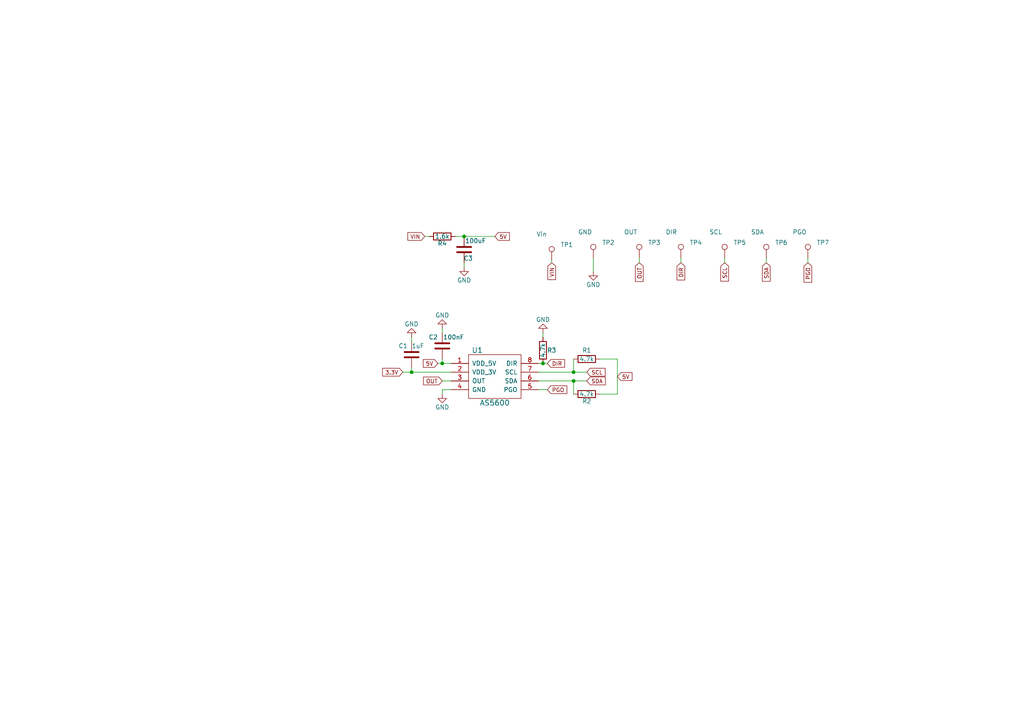
<source format=kicad_sch>
(kicad_sch (version 20231120) (generator "eeschema") (generator_version "8.0")
  (paper "A4")
  (title_block (title "AS5600 Breakout") (date "2019-03-09") (rev "1") (company "Kane Stoboi"))
  (lib_symbols
    (symbol "AS5600:AS5600" (pin_names (offset 1.016))
      (property "Reference" "U" (at -1.27 7.62 0))
      (property "Value" "AS5600" (at 3.81 -7.62 0))
      (symbol "AS5600_0_1"
        (polyline (pts (xy -3.81 6.35) (xy -3.81 -6.35) (xy 11.43 -6.35) (xy 11.43 6.35) (xy -3.81 6.35)))
      )
      (symbol "AS5600_1_1"
        (pin input line (at -8.89 3.81 0) (length 5.08) (name "VDD_5V") (number "1"))
        (pin input line (at -8.89 1.27 0) (length 5.08) (name "VDD_3V") (number "2"))
        (pin input line (at -8.89 -1.27 0) (length 5.08) (name "OUT") (number "3"))
        (pin input line (at -8.89 -3.81 0) (length 5.08) (name "GND") (number "4"))
        (pin input line (at 16.51 -3.81 180) (length 5.08) (name "PGO") (number "5"))
        (pin input line (at 16.51 -1.27 180) (length 5.08) (name "SDA") (number "6"))
        (pin input line (at 16.51 1.27 180) (length 5.08) (name "SCL") (number "7"))
        (pin input line (at 16.51 3.81 180) (length 5.08) (name "DIR") (number "8"))
      )
    )
    (symbol "Connector:TestPoint" (pin_numbers hide) (pin_names (offset 0.762) hide)
      (property "Reference" "TP" (at 0 6.858 0))
      (property "Value" "TestPoint" (at 0 5.08 0))
      (symbol "TestPoint_0_1"
        (circle (center 0 3.302) (radius 0.762))
      )
      (symbol "TestPoint_1_1"
        (pin passive line (at 0 0 90) (length 2.54) (name "1") (number "1"))
      )
    )
    (symbol "Device:C" (pin_numbers hide) (pin_names (offset 0.254))
      (property "Reference" "C" (at 0.635 2.54 0))
      (property "Value" "C" (at 0.635 -2.54 0))
      (symbol "C_0_1"
        (polyline (pts (xy -2.032 -0.762) (xy 2.032 -0.762)) (stroke (width 0.508)))
        (polyline (pts (xy -2.032 0.762) (xy 2.032 0.762)) (stroke (width 0.508)))
      )
      (symbol "C_1_1"
        (pin passive line (at 0 3.81 270) (length 2.794) (name "~") (number "1"))
        (pin passive line (at 0 -3.81 90) (length 2.794) (name "~") (number "2"))
      )
    )
    (symbol "Device:R" (pin_numbers hide) (pin_names (offset 0))
      (property "Reference" "R" (at 2.032 0 90))
      (property "Value" "R" (at 0 0 90))
      (symbol "R_0_1"
        (rectangle (start -1.016 -2.54) (end 1.016 2.54) (stroke (width 0.254)))
      )
      (symbol "R_1_1"
        (pin passive line (at 0 3.81 270) (length 1.27) (name "~") (number "1"))
        (pin passive line (at 0 -3.81 90) (length 1.27) (name "~") (number "2"))
      )
    )
    (symbol "power:GND" (power) (pin_numbers hide) (pin_names (offset 0) hide)
      (property "Value" "GND" (at 0 -3.81 0))
      (symbol "GND_0_1"
        (polyline (pts (xy 0 0) (xy 0 -1.27) (xy 1.27 -1.27) (xy 0 -2.54) (xy -1.27 -1.27) (xy 0 -1.27)))
      )
      (symbol "GND_1_1"
        (pin power_in line (at 0 0 270) (length 0) (name "~") (number "1"))
      )
    )
  )
  (junction (at 166.37 110.49))
  (junction (at 128.27 105.41))
  (junction (at 166.37 107.95))
  (junction (at 119.38 107.95))
  (junction (at 157.48 105.41))
  (junction (at 134.62 68.58))
  (wire (pts (xy 132.08 68.58) (xy 134.62 68.58)))
  (wire (pts (xy 166.37 110.49) (xy 156.21 110.49)))
  (wire (pts (xy 157.48 96.52) (xy 157.48 97.79)))
  (wire (pts (xy 179.07 104.14) (xy 179.07 114.3)))
  (wire (pts (xy 157.48 105.41) (xy 158.75 105.41)))
  (wire (pts (xy 234.315 74.93) (xy 234.315 76.2)))
  (wire (pts (xy 173.99 104.14) (xy 179.07 104.14)))
  (wire (pts (xy 119.38 99.06) (xy 119.38 97.79)))
  (wire (pts (xy 128.27 113.03) (xy 128.27 114.3)))
  (wire (pts (xy 128.27 110.49) (xy 130.81 110.49)))
  (wire (pts (xy 128.27 95.25) (xy 128.27 96.52)))
  (wire (pts (xy 128.27 105.41) (xy 130.81 105.41)))
  (wire (pts (xy 160.02 75.565) (xy 160.02 76.2)))
  (wire (pts (xy 166.37 107.95) (xy 170.18 107.95)))
  (wire (pts (xy 127 105.41) (xy 128.27 105.41)))
  (wire (pts (xy 185.42 74.93) (xy 185.42 76.2)))
  (wire (pts (xy 134.62 68.58) (xy 143.51 68.58)))
  (wire (pts (xy 124.46 68.58) (xy 123.19 68.58)))
  (wire (pts (xy 172.085 74.93) (xy 172.085 78.74)))
  (wire (pts (xy 156.21 107.95) (xy 166.37 107.95)))
  (wire (pts (xy 222.25 74.93) (xy 222.25 76.2)))
  (wire (pts (xy 156.21 113.03) (xy 158.75 113.03)))
  (wire (pts (xy 116.84 107.95) (xy 119.38 107.95)))
  (wire (pts (xy 119.38 107.95) (xy 119.38 106.68)))
  (wire (pts (xy 173.99 114.3) (xy 179.07 114.3)))
  (wire (pts (xy 134.62 77.47) (xy 134.62 76.2)))
  (wire (pts (xy 210.185 74.93) (xy 210.185 76.2)))
  (wire (pts (xy 197.485 74.93) (xy 197.485 76.2)))
  (wire (pts (xy 170.18 110.49) (xy 166.37 110.49)))
  (wire (pts (xy 156.21 105.41) (xy 157.48 105.41)))
  (wire (pts (xy 130.81 113.03) (xy 128.27 113.03)))
  (wire (pts (xy 166.37 110.49) (xy 166.37 114.3)))
  (wire (pts (xy 119.38 107.95) (xy 130.81 107.95)))
  (wire (pts (xy 166.37 104.14) (xy 166.37 107.95)))
  (wire (pts (xy 128.27 105.41) (xy 128.27 104.14)))
  (global_label "SDA" (shape input) (at 222.25 76.2 270) (effects (font (size 1.143 1.143))) (property "Intersheetrefs" "${INTERSHEET_REFS}" (effects (hide yes))))
  (global_label "SDA" (shape input) (at 170.18 110.49 0) (effects (font (size 1.143 1.143))) (property "Intersheetrefs" "${INTERSHEET_REFS}" (effects (hide yes))))
  (global_label "SCL" (shape input) (at 210.185 76.2 270) (effects (font (size 1.143 1.143))) (property "Intersheetrefs" "${INTERSHEET_REFS}" (effects (hide yes))))
  (global_label "OUT" (shape input) (at 128.27 110.49 180) (effects (font (size 1.143 1.143))) (property "Intersheetrefs" "${INTERSHEET_REFS}" (effects (hide yes))))
  (global_label "VIN" (shape input) (at 160.02 76.2 270) (effects (font (size 1.143 1.143))) (property "Intersheetrefs" "${INTERSHEET_REFS}" (effects (hide yes))))
  (global_label "SCL" (shape input) (at 170.18 107.95 0) (effects (font (size 1.143 1.143))) (property "Intersheetrefs" "${INTERSHEET_REFS}" (effects (hide yes))))
  (global_label "PGO" (shape input) (at 234.315 76.2 270) (effects (font (size 1.143 1.143))) (property "Intersheetrefs" "${INTERSHEET_REFS}" (effects (hide yes))))
  (global_label "DIR" (shape input) (at 197.485 76.2 270) (effects (font (size 1.143 1.143))) (property "Intersheetrefs" "${INTERSHEET_REFS}" (effects (hide yes))))
  (global_label "PGO" (shape input) (at 158.75 113.03 0) (effects (font (size 1.143 1.143))) (property "Intersheetrefs" "${INTERSHEET_REFS}" (effects (hide yes))))
  (global_label "5V" (shape input) (at 179.07 109.22 0) (effects (font (size 1.143 1.143))) (property "Intersheetrefs" "${INTERSHEET_REFS}" (effects (hide yes))))
  (global_label "5V" (shape input) (at 143.51 68.58 0) (effects (font (size 1.143 1.143))) (property "Intersheetrefs" "${INTERSHEET_REFS}" (effects (hide yes))))
  (global_label "DIR" (shape input) (at 158.75 105.41 0) (effects (font (size 1.143 1.143))) (property "Intersheetrefs" "${INTERSHEET_REFS}" (effects (hide yes))))
  (global_label "OUT" (shape input) (at 185.42 76.2 270) (effects (font (size 1.143 1.143))) (property "Intersheetrefs" "${INTERSHEET_REFS}" (effects (hide yes))))
  (global_label "3.3V" (shape input) (at 116.84 107.95 180) (effects (font (size 1.143 1.143))) (property "Intersheetrefs" "${INTERSHEET_REFS}" (effects (hide yes))))
  (global_label "VIN" (shape input) (at 123.19 68.58 180) (effects (font (size 1.143 1.143))) (property "Intersheetrefs" "${INTERSHEET_REFS}" (effects (hide yes))))
  (global_label "5V" (shape input) (at 127 105.41 180) (effects (font (size 1.143 1.143))) (property "Intersheetrefs" "${INTERSHEET_REFS}" (effects (hide yes))))
  (symbol (lib_id "AS5600:AS5600") (at 139.7 109.22 0) (unit 1)
    (property "Reference" "U1" (at 138.43 101.6 0) (effects (font (size 1.524 1.524))))
    (property "Value" "AS5600" (at 143.51 116.84 0) (effects (font (size 1.524 1.524))))
    (property "Footprint" "SMD_Packages:SOIC-8-N" (effects (hide yes)))
    (property "Manufacturer Part Number" "AS5600-ASOM" (effects (hide yes)))
  )
  (symbol (lib_id "Device:C") (at 128.27 100.33 180) (unit 1)
    (property "Reference" "C2" (at 127 97.79 0) (effects (justify left)))
    (property "Value" "100nF" (at 134.62 97.79 0) (effects (justify left)))
    (property "Footprint" "Capacitors_SMD:C_0805" (effects (hide yes)))
  )
  (symbol (lib_id "power:GND") (at 128.27 95.25 180) (unit 1)
    (property "Reference" "#PWR01" (effects (hide yes)))
    (property "Value" "GND" (at 128.27 91.44 0))
  )
  (symbol (lib_id "power:GND") (at 172.085 78.74 0) (unit 1)
    (property "Reference" "#PWR02" (effects (hide yes)))
    (property "Value" "GND" (at 172.085 82.55 0))
  )
  (symbol (lib_id "Device:C") (at 119.38 102.87 0) (unit 1)
    (property "Reference" "C1" (at 115.57 100.33 0) (effects (justify left)))
    (property "Value" "1uF" (at 119.38 100.33 0) (effects (justify left)))
    (property "Footprint" "Capacitors_SMD:C_0805" (effects (hide yes)))
  )
  (symbol (lib_id "power:GND") (at 119.38 97.79 180) (unit 1)
    (property "Reference" "#PWR03" (effects (hide yes)))
    (property "Value" "GND" (at 119.38 93.98 0))
  )
  (symbol (lib_id "power:GND") (at 128.27 114.3 0) (unit 1)
    (property "Reference" "#PWR04" (effects (hide yes)))
    (property "Value" "GND" (at 128.27 118.11 0))
  )
  (symbol (lib_id "Device:R") (at 170.18 104.14 270) (unit 1)
    (property "Reference" "R1" (at 170.18 101.6 90))
    (property "Value" "4.7k" (at 170.18 104.14 90))
    (property "Footprint" "Resistors_SMD:R_0805" (effects (hide yes)))
  )
  (symbol (lib_id "Device:R") (at 170.18 114.3 270) (unit 1)
    (property "Reference" "R2" (at 170.18 116.332 90))
    (property "Value" "4.7k" (at 170.18 114.3 90))
    (property "Footprint" "Resistors_SMD:R_0805" (effects (hide yes)))
  )
  (symbol (lib_id "Device:R") (at 157.48 101.6 0) (unit 1)
    (property "Reference" "R3" (at 160.02 101.6 0))
    (property "Value" "4.7k" (at 157.48 101.6 90))
    (property "Footprint" "Resistors_SMD:R_0805" (effects (hide yes)))
  )
  (symbol (lib_id "power:GND") (at 157.48 96.52 180) (unit 1)
    (property "Reference" "#PWR05" (effects (hide yes)))
    (property "Value" "GND" (at 157.48 92.71 0))
  )
  (symbol (lib_id "Device:C") (at 134.62 72.39 180) (unit 1)
    (property "Reference" "C3" (at 137.16 74.93 0) (effects (justify left)))
    (property "Value" "100uF" (at 140.97 69.85 0) (effects (justify left)))
    (property "Footprint" "Capacitors_SMD:C_1210" (effects (hide yes)))
  )
  (symbol (lib_id "Device:R") (at 128.27 68.58 270) (unit 1)
    (property "Reference" "R4" (at 128.27 70.612 90))
    (property "Value" "1.6k" (at 128.27 68.58 90))
    (property "Footprint" "Resistors_SMD:R_0805" (effects (hide yes)))
  )
  (symbol (lib_id "power:GND") (at 134.62 77.47 0) (unit 1)
    (property "Reference" "#PWR06" (effects (hide yes)))
    (property "Value" "GND" (at 134.62 81.28 0))
  )
  (symbol (lib_id "Connector:TestPoint") (at 234.315 74.93 0) (unit 1)
    (property "Reference" "TP7" (at 236.855 70.3579 0) (effects (justify left)))
    (property "Value" "PGO" (at 229.87 67.31 0) (effects (justify left)))
    (property "Footprint" "TestPoint:TestPoint_Pad_D1.0mm" (effects (hide yes)))
    (property "Description" "test point" (effects (hide yes)))
  )
  (symbol (lib_id "Connector:TestPoint") (at 185.42 74.93 0) (unit 1)
    (property "Reference" "TP3" (at 187.96 70.3579 0) (effects (justify left)))
    (property "Value" "OUT" (at 180.975 67.31 0) (effects (justify left)))
    (property "Footprint" "TestPoint:TestPoint_Pad_D1.0mm" (effects (hide yes)))
    (property "Description" "test point" (effects (hide yes)))
  )
  (symbol (lib_id "Connector:TestPoint") (at 172.085 74.93 0) (unit 1)
    (property "Reference" "TP2" (at 174.625 70.3579 0) (effects (justify left)))
    (property "Value" "GND" (at 167.64 67.31 0) (effects (justify left)))
    (property "Footprint" "TestPoint:TestPoint_Pad_D1.0mm" (effects (hide yes)))
    (property "Description" "test point" (effects (hide yes)))
  )
  (symbol (lib_id "Connector:TestPoint") (at 210.185 74.93 0) (unit 1)
    (property "Reference" "TP5" (at 212.725 70.3579 0) (effects (justify left)))
    (property "Value" "SCL" (at 205.74 67.31 0) (effects (justify left)))
    (property "Footprint" "TestPoint:TestPoint_Pad_D1.0mm" (effects (hide yes)))
    (property "Description" "test point" (effects (hide yes)))
  )
  (symbol (lib_id "Connector:TestPoint") (at 197.485 74.93 0) (unit 1)
    (property "Reference" "TP4" (at 200.025 70.3579 0) (effects (justify left)))
    (property "Value" "DIR" (at 193.04 67.31 0) (effects (justify left)))
    (property "Footprint" "TestPoint:TestPoint_Pad_D1.0mm" (effects (hide yes)))
    (property "Description" "test point" (effects (hide yes)))
  )
  (symbol (lib_id "Connector:TestPoint") (at 222.25 74.93 0) (unit 1)
    (property "Reference" "TP6" (at 224.79 70.3579 0) (effects (justify left)))
    (property "Value" "SDA" (at 217.805 67.31 0) (effects (justify left)))
    (property "Footprint" "TestPoint:TestPoint_Pad_D1.0mm" (effects (hide yes)))
    (property "Description" "test point" (effects (hide yes)))
  )
  (symbol (lib_id "Connector:TestPoint") (at 160.02 75.565 0) (unit 1)
    (property "Reference" "TP1" (at 162.56 70.9929 0) (effects (justify left)))
    (property "Value" "Vin" (at 155.575 67.945 0) (effects (justify left)))
    (property "Footprint" "TestPoint:TestPoint_Pad_D1.0mm" (effects (hide yes)))
    (property "Description" "test point" (effects (hide yes)))
  )
)
</source>
